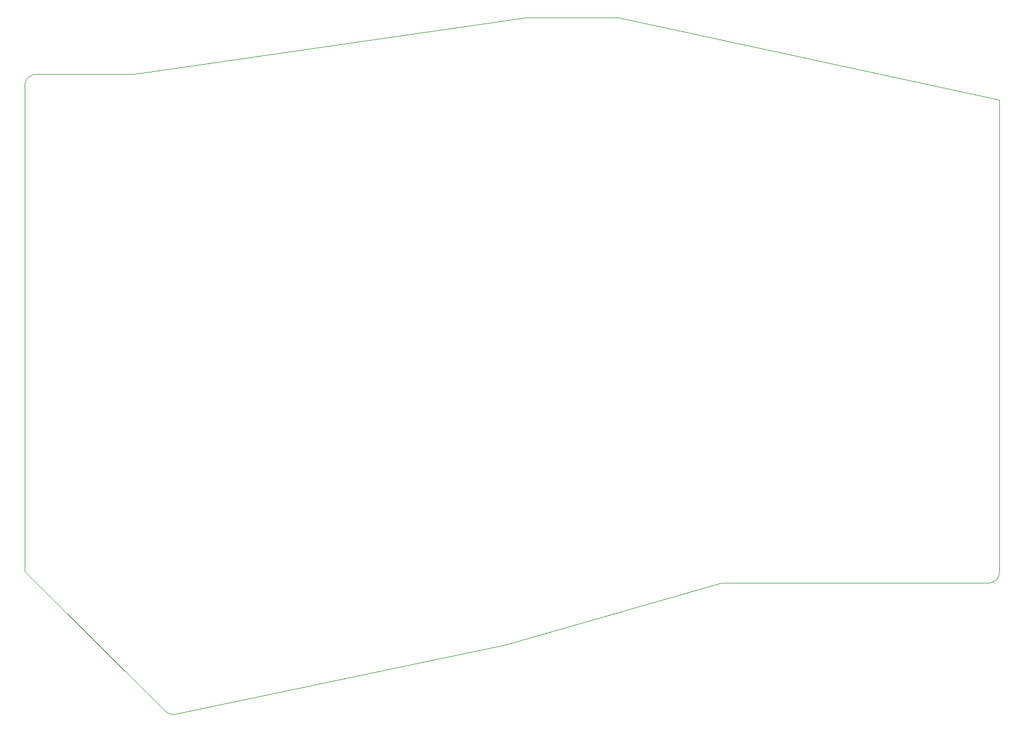
<source format=gbr>
G04 #@! TF.GenerationSoftware,KiCad,Pcbnew,(5.1.4-0)*
G04 #@! TF.CreationDate,2020-11-23T17:49:07+01:00*
G04 #@! TF.ProjectId,stm32split,73746d33-3273-4706-9c69-742e6b696361,rev?*
G04 #@! TF.SameCoordinates,Original*
G04 #@! TF.FileFunction,Profile,NP*
%FSLAX46Y46*%
G04 Gerber Fmt 4.6, Leading zero omitted, Abs format (unit mm)*
G04 Created by KiCad (PCBNEW (5.1.4-0)) date 2020-11-23 17:49:07*
%MOMM*%
%LPD*%
G04 APERTURE LIST*
%ADD10C,0.050000*%
G04 APERTURE END LIST*
D10*
X115971250Y-149850000D02*
G75*
G03X117093782Y-150314968I1122532J1122532D01*
G01*
X96127500Y-51425000D02*
G75*
G03X94240000Y-53312500I0J-1887500D01*
G01*
X242971250Y-130006250D02*
G75*
G03X244558750Y-128418750I0J1587500D01*
G01*
X111208750Y-51425000D02*
X171533750Y-42693750D01*
X185821250Y-42693750D02*
X244558750Y-55393750D01*
X168358750Y-139531250D02*
X201696250Y-130006250D01*
X111208750Y-51425000D02*
X96127500Y-51425000D01*
X185821250Y-42693750D02*
X171533750Y-42693750D01*
X244558750Y-128418750D02*
X244558750Y-55393750D01*
X201696250Y-130006250D02*
X242971250Y-130006250D01*
X117093782Y-150314968D02*
X168358750Y-139531250D01*
X94240000Y-128250000D02*
X115971250Y-149850000D01*
X94240000Y-53312500D02*
X94240000Y-128250000D01*
M02*

</source>
